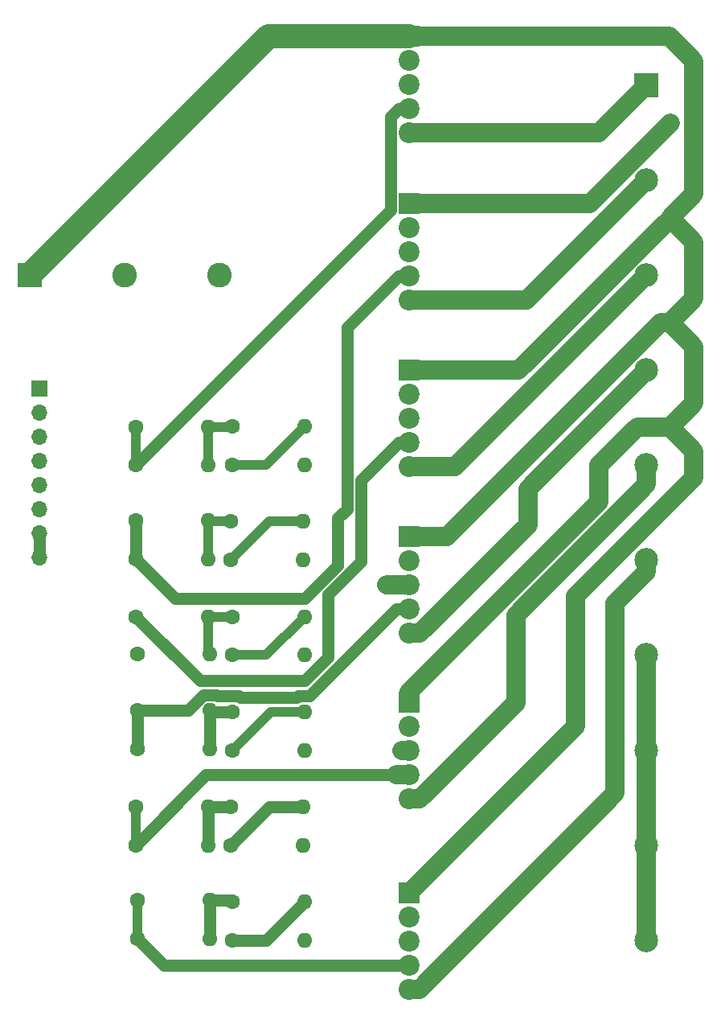
<source format=gbr>
G04 #@! TF.GenerationSoftware,KiCad,Pcbnew,7.0.8-7.0.8~ubuntu22.04.1*
G04 #@! TF.CreationDate,2024-10-17T18:38:32+09:00*
G04 #@! TF.ProjectId,NJW466617LEDDriver,4e4a5734-3636-4363-9137-4c4544447269,rev?*
G04 #@! TF.SameCoordinates,Original*
G04 #@! TF.FileFunction,Copper,L2,Bot*
G04 #@! TF.FilePolarity,Positive*
%FSLAX46Y46*%
G04 Gerber Fmt 4.6, Leading zero omitted, Abs format (unit mm)*
G04 Created by KiCad (PCBNEW 7.0.8-7.0.8~ubuntu22.04.1) date 2024-10-17 18:38:32*
%MOMM*%
%LPD*%
G01*
G04 APERTURE LIST*
G04 #@! TA.AperFunction,ComponentPad*
%ADD10O,1.700000X1.700000*%
G04 #@! TD*
G04 #@! TA.AperFunction,ComponentPad*
%ADD11R,1.700000X1.700000*%
G04 #@! TD*
G04 #@! TA.AperFunction,ComponentPad*
%ADD12R,2.200000X2.200000*%
G04 #@! TD*
G04 #@! TA.AperFunction,ComponentPad*
%ADD13C,2.200000*%
G04 #@! TD*
G04 #@! TA.AperFunction,ComponentPad*
%ADD14O,1.600000X1.600000*%
G04 #@! TD*
G04 #@! TA.AperFunction,ComponentPad*
%ADD15C,1.600000*%
G04 #@! TD*
G04 #@! TA.AperFunction,ComponentPad*
%ADD16C,2.500000*%
G04 #@! TD*
G04 #@! TA.AperFunction,ComponentPad*
%ADD17R,2.500000X2.500000*%
G04 #@! TD*
G04 #@! TA.AperFunction,ComponentPad*
%ADD18R,2.600000X2.600000*%
G04 #@! TD*
G04 #@! TA.AperFunction,ComponentPad*
%ADD19C,2.600000*%
G04 #@! TD*
G04 #@! TA.AperFunction,Conductor*
%ADD20C,2.032000*%
G04 #@! TD*
G04 #@! TA.AperFunction,Conductor*
%ADD21C,1.016000*%
G04 #@! TD*
G04 #@! TA.AperFunction,Conductor*
%ADD22C,2.540000*%
G04 #@! TD*
G04 #@! TA.AperFunction,Conductor*
%ADD23C,1.270000*%
G04 #@! TD*
G04 APERTURE END LIST*
D10*
X117085600Y-90944800D03*
X117085600Y-88404800D03*
X117085600Y-85864800D03*
X117085600Y-83324800D03*
X117085600Y-80784800D03*
X117085600Y-78244800D03*
X117085600Y-75704800D03*
D11*
X117085600Y-73164800D03*
D12*
X156085600Y-126244800D03*
D13*
X156085600Y-128784800D03*
X156085600Y-131324800D03*
X156085600Y-133864800D03*
X156085600Y-136404800D03*
D12*
X156085600Y-106244800D03*
D13*
X156085600Y-108784800D03*
X156085600Y-111324800D03*
X156085600Y-113864800D03*
X156085600Y-116404800D03*
X156085600Y-98944800D03*
X156085600Y-96404800D03*
X156085600Y-93864800D03*
X156085600Y-91324800D03*
D12*
X156085600Y-88784800D03*
X156085600Y-71244800D03*
D13*
X156085600Y-73784800D03*
X156085600Y-76324800D03*
X156085600Y-78864800D03*
X156085600Y-81404800D03*
D12*
X156085600Y-53704800D03*
D13*
X156085600Y-56244800D03*
X156085600Y-58784800D03*
X156085600Y-61324800D03*
X156085600Y-63864800D03*
D12*
X156085600Y-36124800D03*
D13*
X156085600Y-38664800D03*
X156085600Y-41204800D03*
X156085600Y-43744800D03*
X156085600Y-46284800D03*
D14*
X145085600Y-131244800D03*
D15*
X137465600Y-131244800D03*
D14*
X145085600Y-127194800D03*
D15*
X137465600Y-127194800D03*
D14*
X135085600Y-131094800D03*
D15*
X127465600Y-131094800D03*
D14*
X135085600Y-127044800D03*
D15*
X127465600Y-127044800D03*
X137275600Y-121244800D03*
D14*
X144895600Y-121244800D03*
D15*
X137275600Y-117194800D03*
D14*
X144895600Y-117194800D03*
D15*
X127275600Y-121244800D03*
D14*
X134895600Y-121244800D03*
D15*
X127275600Y-117194800D03*
D14*
X134895600Y-117194800D03*
X145085600Y-111244800D03*
D15*
X137465600Y-111244800D03*
D14*
X145085600Y-107194800D03*
D15*
X137465600Y-107194800D03*
D14*
X135085600Y-111094800D03*
D15*
X127465600Y-111094800D03*
D14*
X135085600Y-107044800D03*
D15*
X127465600Y-107044800D03*
X137465600Y-101244800D03*
D14*
X145085600Y-101244800D03*
D15*
X137465600Y-97194800D03*
D14*
X145085600Y-97194800D03*
D15*
X127465600Y-101094800D03*
D14*
X135085600Y-101094800D03*
X134895600Y-97194800D03*
D15*
X127275600Y-97194800D03*
D14*
X144895600Y-91244800D03*
D15*
X137275600Y-91244800D03*
D14*
X144895600Y-87194800D03*
D15*
X137275600Y-87194800D03*
D14*
X134895600Y-91094800D03*
D15*
X127275600Y-91094800D03*
D14*
X134895600Y-87044800D03*
D15*
X127275600Y-87044800D03*
D14*
X145085600Y-81244800D03*
D15*
X137465600Y-81244800D03*
X137465600Y-77194800D03*
D14*
X145085600Y-77194800D03*
X134895600Y-81244800D03*
D15*
X127275600Y-81244800D03*
D14*
X134895600Y-77244800D03*
D15*
X127275600Y-77244800D03*
D16*
X181085600Y-131244800D03*
X181085600Y-121244800D03*
X181085600Y-111244800D03*
X181085600Y-101244800D03*
X181085600Y-91244800D03*
X181085600Y-81244800D03*
X181085600Y-71244800D03*
X181085600Y-61244800D03*
X181085600Y-51244800D03*
D17*
X181085600Y-41244800D03*
D18*
X116085600Y-61244800D03*
D19*
X126085600Y-61244800D03*
X136085600Y-61244800D03*
D20*
X183551600Y-77244800D02*
X186085600Y-79778800D01*
X186085600Y-79778800D02*
X186085600Y-82557848D01*
X186085600Y-82557848D02*
X173585600Y-95057848D01*
X173585600Y-95057848D02*
X173585600Y-108744800D01*
X173585600Y-108744800D02*
X156085600Y-126244800D01*
X156085600Y-106244800D02*
X156085600Y-105144800D01*
X180085600Y-77244800D02*
X183551600Y-77244800D01*
X156085600Y-105144800D02*
X176085600Y-85144800D01*
X176085600Y-85144800D02*
X176085600Y-81244800D01*
X176085600Y-81244800D02*
X180085600Y-77244800D01*
X156085600Y-98944800D02*
X157185600Y-98944800D01*
X157185600Y-98944800D02*
X168585600Y-87544800D01*
X168585600Y-87544800D02*
X168585600Y-83744800D01*
X168585600Y-83744800D02*
X181085600Y-71244800D01*
X183551600Y-66244800D02*
X186085600Y-68778800D01*
X186085600Y-68778800D02*
X186085600Y-74710800D01*
X186085600Y-74710800D02*
X183551600Y-77244800D01*
X156085600Y-36124800D02*
X183465600Y-36124800D01*
X183465600Y-36124800D02*
X186085600Y-38744800D01*
X186085600Y-38744800D02*
X186085600Y-52710800D01*
X186085600Y-52710800D02*
X183551600Y-55244800D01*
X183551600Y-55244800D02*
X186085600Y-57778800D01*
X186085600Y-57778800D02*
X186085600Y-63710800D01*
X186085600Y-63710800D02*
X183551600Y-66244800D01*
D21*
X137465600Y-101244800D02*
X141035600Y-101244800D01*
X141035600Y-101244800D02*
X145085600Y-97194800D01*
X134895600Y-97194800D02*
X134895600Y-100904800D01*
X134895600Y-100904800D02*
X135085600Y-101094800D01*
X134895600Y-97194800D02*
X137465600Y-97194800D01*
X127465600Y-127044800D02*
X127465600Y-131094800D01*
X127275600Y-117194800D02*
X127275600Y-121244800D01*
X145085600Y-107194800D02*
X141515600Y-107194800D01*
X141515600Y-107194800D02*
X137465600Y-111244800D01*
X137275600Y-87194800D02*
X135045600Y-87194800D01*
X135045600Y-87194800D02*
X134895600Y-87044800D01*
X134895600Y-91094800D02*
X134895600Y-87044800D01*
X144895600Y-87194800D02*
X141325600Y-87194800D01*
X141325600Y-87194800D02*
X137275600Y-91244800D01*
X137465600Y-81244800D02*
X141035600Y-81244800D01*
X141035600Y-81244800D02*
X145085600Y-77194800D01*
X134895600Y-77244800D02*
X137415600Y-77244800D01*
X137415600Y-77244800D02*
X137465600Y-77194800D01*
X134895600Y-77244800D02*
X134895600Y-81244800D01*
X127275600Y-77244800D02*
X127275600Y-81244800D01*
D22*
X116085600Y-61244800D02*
X141230908Y-36099492D01*
X141230908Y-36099492D02*
X156085600Y-36099492D01*
D23*
X154985600Y-43744800D02*
X156085600Y-43744800D01*
X154150600Y-54369800D02*
X154150600Y-44579800D01*
X154150600Y-44579800D02*
X154985600Y-43744800D01*
X127275600Y-81244800D02*
X154150600Y-54369800D01*
X117085600Y-88404800D02*
X117085600Y-90944800D01*
X151025600Y-91383694D02*
X147555600Y-94853694D01*
X127275600Y-91094800D02*
X131425600Y-95244800D01*
X148555600Y-91774800D02*
X148555600Y-86853694D01*
X154985600Y-78864800D02*
X151025600Y-82824800D01*
X145085600Y-103939800D02*
X134020600Y-103939800D01*
X149555600Y-66754800D02*
X154985600Y-61324800D01*
X145085600Y-95244800D02*
X148555600Y-91774800D01*
X156085600Y-78864800D02*
X154985600Y-78864800D01*
X149555600Y-85853694D02*
X149555600Y-66754800D01*
X147555600Y-94853694D02*
X147555600Y-101469800D01*
X148555600Y-86853694D02*
X149555600Y-85853694D01*
X131425600Y-95244800D02*
X145085600Y-95244800D01*
X134020600Y-103939800D02*
X127275600Y-97194800D01*
X147555600Y-101469800D02*
X145085600Y-103939800D01*
X154985600Y-61324800D02*
X156085600Y-61324800D01*
X151025600Y-82824800D02*
X151025600Y-91383694D01*
X127275600Y-87044800D02*
X127275600Y-91094800D01*
X138290726Y-105714800D02*
X138135726Y-105559800D01*
X154699494Y-96404800D02*
X145544494Y-105559800D01*
X135905726Y-105559800D02*
X135755726Y-105409800D01*
X134415474Y-105409800D02*
X132780474Y-107044800D01*
X135755726Y-105409800D02*
X134415474Y-105409800D01*
X145544494Y-105559800D02*
X144415474Y-105559800D01*
X132780474Y-107044800D02*
X127465600Y-107044800D01*
X144260474Y-105714800D02*
X138290726Y-105714800D01*
X156085600Y-96404800D02*
X154699494Y-96404800D01*
X144415474Y-105559800D02*
X144260474Y-105714800D01*
X138135726Y-105559800D02*
X135905726Y-105559800D01*
X127465600Y-107044800D02*
X127465600Y-111094800D01*
X127275600Y-121244800D02*
X134655600Y-113864800D01*
X134655600Y-113864800D02*
X156085600Y-113864800D01*
X127465600Y-131094800D02*
X130235600Y-133864800D01*
X130235600Y-133864800D02*
X156085600Y-133864800D01*
X137465600Y-107194800D02*
X135235600Y-107194800D01*
X135235600Y-107194800D02*
X135085600Y-107044800D01*
X135085600Y-111094800D02*
X135085600Y-107044800D01*
X137275600Y-117194800D02*
X134895600Y-117194800D01*
X134895600Y-121244800D02*
X134895600Y-117194800D01*
X135085600Y-127044800D02*
X137315600Y-127044800D01*
X137315600Y-127044800D02*
X137465600Y-127194800D01*
X141035600Y-131244800D02*
X137465600Y-131244800D01*
X145085600Y-127194800D02*
X141035600Y-131244800D01*
X135085600Y-127044800D02*
X135085600Y-131094800D01*
X144895600Y-117194800D02*
X141325600Y-117194800D01*
X141325600Y-117194800D02*
X137275600Y-121244800D01*
D20*
X156085600Y-53704800D02*
X175091600Y-53704800D01*
X175091600Y-53704800D02*
X183551600Y-45244800D01*
X156085600Y-71244800D02*
X167604874Y-71244800D01*
X167604874Y-71244800D02*
X183551600Y-55298074D01*
X183551600Y-55298074D02*
X183551600Y-55244800D01*
X156085600Y-88784800D02*
X160064874Y-88784800D01*
X160064874Y-88784800D02*
X182604874Y-66244800D01*
X182604874Y-66244800D02*
X183551600Y-66244800D01*
X156085600Y-136404800D02*
X157185600Y-136404800D01*
X157185600Y-116404800D02*
X156085600Y-116404800D01*
X167317600Y-106272800D02*
X157185600Y-116404800D01*
X167317600Y-97069324D02*
X167317600Y-106272800D01*
X177781600Y-95798800D02*
X181085600Y-92494800D01*
X181085600Y-81244800D02*
X181085600Y-83301324D01*
X177781600Y-115808800D02*
X177781600Y-95798800D01*
X157185600Y-136404800D02*
X177781600Y-115808800D01*
X181085600Y-83301324D02*
X167317600Y-97069324D01*
X181085600Y-92494800D02*
X181085600Y-91244800D01*
X181085600Y-121244800D02*
X181085600Y-131244800D01*
X181085600Y-111244800D02*
X181085600Y-121244800D01*
X181085600Y-101244800D02*
X181085600Y-111244800D01*
X156085600Y-81404800D02*
X160925600Y-81404800D01*
X160925600Y-81404800D02*
X181085600Y-61244800D01*
X181085600Y-51244800D02*
X168465600Y-63864800D01*
X168465600Y-63864800D02*
X156085600Y-63864800D01*
X156085600Y-46284800D02*
X176045600Y-46284800D01*
X176045600Y-46284800D02*
X181085600Y-41244800D01*
X154735416Y-113864800D02*
X156085600Y-113864800D01*
X155351940Y-111324800D02*
X156085600Y-111324800D01*
X153705600Y-93864800D02*
X156085600Y-93864800D01*
M02*

</source>
